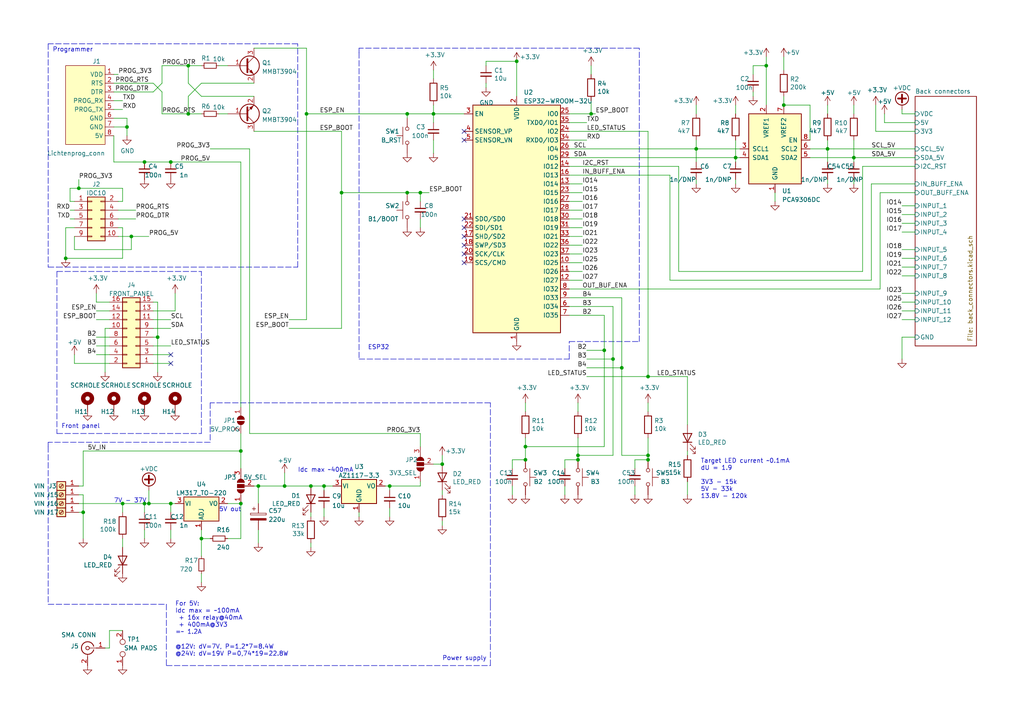
<source format=kicad_sch>
(kicad_sch (version 20211123) (generator eeschema)
  (paper "A4")
  (junction (at 187.96 133.35))
  (junction (at 213.36 45.72))
  (junction (at 41.91 46.99))
  (junction (at 22.86 54.61))
  (junction (at 35.56 146.05))
  (junction (at 171.45 33.02))
  (junction (at 36.83 36.83))
  (junction (at 152.4 133.35))
  (junction (at 19.05 74.93))
  (junction (at 43.18 146.05))
  (junction (at 152.4 129.54))
  (junction (at 113.03 140.97))
  (junction (at 175.26 101.6))
  (junction (at 227.33 30.48))
  (junction (at 88.9 33.02))
  (junction (at 121.92 55.88))
  (junction (at 201.93 43.18))
  (junction (at 45.72 97.79))
  (junction (at 177.8 104.14))
  (junction (at 125.73 33.02))
  (junction (at 118.11 55.88))
  (junction (at 167.64 133.35))
  (junction (at 118.11 33.02))
  (junction (at 167.64 132.08))
  (junction (at 49.53 146.05))
  (junction (at 38.1 68.58))
  (junction (at 41.91 146.05))
  (junction (at 49.53 46.99))
  (junction (at 128.27 134.62))
  (junction (at 222.25 19.05))
  (junction (at 187.96 132.08))
  (junction (at 149.86 17.78))
  (junction (at 69.85 146.05))
  (junction (at 24.13 148.59))
  (junction (at 54.61 19.05))
  (junction (at 240.03 43.18))
  (junction (at 58.42 156.21))
  (junction (at 180.34 106.68))
  (junction (at 82.55 140.97))
  (junction (at 74.93 140.97))
  (junction (at 99.06 55.88))
  (junction (at 90.17 140.97))
  (junction (at 54.61 33.02))
  (junction (at 247.65 45.72))
  (junction (at 93.98 140.97))
  (junction (at 69.85 130.81))
  (junction (at 187.96 109.22))
  (no_connect (at 134.62 71.12))
  (no_connect (at 134.62 38.1))
  (no_connect (at 134.62 66.04))
  (no_connect (at 134.62 73.66))
  (no_connect (at 49.53 102.87))
  (no_connect (at 134.62 63.5))
  (no_connect (at 49.53 105.41))
  (no_connect (at 134.62 40.64))
  (no_connect (at 134.62 76.2))
  (no_connect (at 134.62 68.58))
  (wire (pts (xy 27.94 102.87) (xy 31.75 102.87)))
  (polyline (pts (xy 13.97 77.47) (xy 16.51 77.47)))
  (polyline (pts (xy 13.97 129.54) (xy 13.97 175.26)))
  (wire (pts (xy 44.45 24.13) (xy 33.02 24.13)))
  (wire (pts (xy 99.06 55.88) (xy 118.11 55.88)))
  (wire (pts (xy 187.96 109.22) (xy 199.39 109.22)))
  (wire (pts (xy 118.11 33.02) (xy 118.11 34.29)))
  (wire (pts (xy 58.42 166.37) (xy 58.42 168.91)))
  (wire (pts (xy 125.73 33.02) (xy 125.73 30.48)))
  (wire (pts (xy 88.9 13.97) (xy 88.9 33.02)))
  (wire (pts (xy 82.55 137.16) (xy 82.55 140.97)))
  (wire (pts (xy 247.65 30.48) (xy 247.65 33.02)))
  (wire (pts (xy 90.17 148.59) (xy 90.17 149.86)))
  (wire (pts (xy 41.91 156.21) (xy 41.91 153.67)))
  (wire (pts (xy 148.59 133.35) (xy 152.4 133.35)))
  (wire (pts (xy 213.36 45.72) (xy 214.63 45.72)))
  (wire (pts (xy 93.98 140.97) (xy 93.98 142.24)))
  (wire (pts (xy 165.1 33.02) (xy 171.45 33.02)))
  (wire (pts (xy 35.56 66.04) (xy 34.29 66.04)))
  (wire (pts (xy 261.62 62.23) (xy 265.43 62.23)))
  (wire (pts (xy 168.91 63.5) (xy 165.1 63.5)))
  (wire (pts (xy 213.36 53.34) (xy 213.36 52.07)))
  (wire (pts (xy 201.93 40.64) (xy 201.93 43.18)))
  (wire (pts (xy 140.97 24.13) (xy 140.97 25.4)))
  (wire (pts (xy 165.1 43.18) (xy 201.93 43.18)))
  (wire (pts (xy 261.62 87.63) (xy 265.43 87.63)))
  (wire (pts (xy 33.02 46.99) (xy 41.91 46.99)))
  (wire (pts (xy 171.45 29.21) (xy 171.45 33.02)))
  (wire (pts (xy 35.56 54.61) (xy 22.86 54.61)))
  (wire (pts (xy 49.53 148.59) (xy 49.53 146.05)))
  (polyline (pts (xy 185.42 99.06) (xy 185.42 13.97)))
  (wire (pts (xy 24.13 130.81) (xy 69.85 130.81)))
  (polyline (pts (xy 142.24 193.04) (xy 142.24 175.26)))
  (wire (pts (xy 261.62 97.79) (xy 265.43 97.79)))
  (wire (pts (xy 196.85 78.74) (xy 250.19 78.74)))
  (wire (pts (xy 27.94 85.09) (xy 27.94 87.63)))
  (wire (pts (xy 128.27 151.13) (xy 128.27 152.4)))
  (wire (pts (xy 33.02 46.99) (xy 33.02 39.37)))
  (wire (pts (xy 30.48 95.25) (xy 30.48 107.95)))
  (polyline (pts (xy 104.14 104.14) (xy 165.1 104.14)))
  (wire (pts (xy 171.45 33.02) (xy 172.72 33.02)))
  (wire (pts (xy 125.73 33.02) (xy 125.73 35.56)))
  (wire (pts (xy 170.18 101.6) (xy 175.26 101.6)))
  (wire (pts (xy 170.18 104.14) (xy 177.8 104.14)))
  (wire (pts (xy 148.59 135.89) (xy 148.59 133.35)))
  (wire (pts (xy 24.13 140.97) (xy 24.13 130.81)))
  (wire (pts (xy 177.8 88.9) (xy 177.8 104.14)))
  (wire (pts (xy 44.45 26.67) (xy 33.02 26.67)))
  (wire (pts (xy 54.61 27.94) (xy 54.61 33.02)))
  (wire (pts (xy 180.34 132.08) (xy 180.34 106.68)))
  (polyline (pts (xy 185.42 13.97) (xy 104.14 13.97)))
  (wire (pts (xy 175.26 91.44) (xy 165.1 91.44)))
  (wire (pts (xy 44.45 90.17) (xy 50.8 90.17)))
  (wire (pts (xy 36.83 36.83) (xy 36.83 39.37)))
  (wire (pts (xy 111.76 140.97) (xy 113.03 140.97)))
  (wire (pts (xy 20.32 60.96) (xy 21.59 60.96)))
  (wire (pts (xy 184.15 135.89) (xy 184.15 133.35)))
  (wire (pts (xy 93.98 147.32) (xy 93.98 149.86)))
  (wire (pts (xy 125.73 20.32) (xy 125.73 22.86)))
  (wire (pts (xy 121.92 66.04) (xy 121.92 63.5)))
  (wire (pts (xy 227.33 27.94) (xy 227.33 30.48)))
  (polyline (pts (xy 13.97 175.26) (xy 48.26 175.26)))
  (wire (pts (xy 261.62 74.93) (xy 265.43 74.93)))
  (wire (pts (xy 261.62 72.39) (xy 265.43 72.39)))
  (wire (pts (xy 74.93 153.67) (xy 74.93 157.48)))
  (wire (pts (xy 43.18 142.24) (xy 43.18 146.05)))
  (wire (pts (xy 187.96 127) (xy 187.96 132.08)))
  (polyline (pts (xy 86.36 77.47) (xy 86.36 12.7)))
  (wire (pts (xy 128.27 142.24) (xy 128.27 143.51)))
  (wire (pts (xy 44.45 97.79) (xy 45.72 97.79)))
  (wire (pts (xy 240.03 53.34) (xy 240.03 52.07)))
  (wire (pts (xy 73.66 24.13) (xy 58.42 24.13)))
  (polyline (pts (xy 142.24 175.26) (xy 142.24 116.84)))
  (polyline (pts (xy 165.1 99.06) (xy 185.42 99.06)))
  (wire (pts (xy 184.15 143.51) (xy 184.15 140.97)))
  (wire (pts (xy 167.64 116.84) (xy 167.64 119.38)))
  (wire (pts (xy 35.56 74.93) (xy 19.05 74.93)))
  (wire (pts (xy 33.02 34.29) (xy 36.83 34.29)))
  (wire (pts (xy 165.1 86.36) (xy 180.34 86.36)))
  (wire (pts (xy 93.98 140.97) (xy 96.52 140.97)))
  (wire (pts (xy 121.92 125.73) (xy 121.92 129.54)))
  (wire (pts (xy 187.96 38.1) (xy 187.96 109.22)))
  (wire (pts (xy 34.29 58.42) (xy 35.56 58.42)))
  (wire (pts (xy 36.83 34.29) (xy 36.83 36.83)))
  (wire (pts (xy 180.34 106.68) (xy 180.34 86.36)))
  (wire (pts (xy 20.32 54.61) (xy 20.32 58.42)))
  (polyline (pts (xy 165.1 104.14) (xy 165.1 99.06)))
  (wire (pts (xy 39.37 60.96) (xy 34.29 60.96)))
  (wire (pts (xy 247.65 40.64) (xy 247.65 45.72)))
  (wire (pts (xy 54.61 24.13) (xy 54.61 19.05)))
  (wire (pts (xy 58.42 156.21) (xy 58.42 161.29)))
  (wire (pts (xy 177.8 104.14) (xy 177.8 132.08)))
  (wire (pts (xy 49.53 156.21) (xy 49.53 153.67)))
  (polyline (pts (xy 86.36 12.7) (xy 13.97 12.7)))
  (wire (pts (xy 250.19 48.26) (xy 265.43 48.26)))
  (wire (pts (xy 152.4 127) (xy 152.4 129.54)))
  (wire (pts (xy 121.92 139.7) (xy 121.92 140.97)))
  (wire (pts (xy 247.65 45.72) (xy 247.65 46.99)))
  (wire (pts (xy 261.62 67.31) (xy 265.43 67.31)))
  (wire (pts (xy 38.1 68.58) (xy 38.1 72.39)))
  (wire (pts (xy 261.62 90.17) (xy 265.43 90.17)))
  (wire (pts (xy 125.73 44.45) (xy 125.73 40.64)))
  (wire (pts (xy 194.31 50.8) (xy 194.31 81.28)))
  (wire (pts (xy 27.94 90.17) (xy 31.75 90.17)))
  (wire (pts (xy 125.73 33.02) (xy 134.62 33.02)))
  (wire (pts (xy 163.83 133.35) (xy 167.64 133.35)))
  (wire (pts (xy 170.18 109.22) (xy 187.96 109.22)))
  (wire (pts (xy 224.79 58.42) (xy 224.79 55.88)))
  (wire (pts (xy 234.95 30.48) (xy 227.33 30.48)))
  (wire (pts (xy 222.25 19.05) (xy 222.25 30.48)))
  (wire (pts (xy 149.86 17.78) (xy 140.97 17.78)))
  (wire (pts (xy 201.93 30.48) (xy 201.93 33.02)))
  (polyline (pts (xy 16.51 78.74) (xy 16.51 125.73)))
  (polyline (pts (xy 60.96 116.84) (xy 60.96 128.27)))
  (wire (pts (xy 31.75 187.96) (xy 30.48 187.96)))
  (wire (pts (xy 21.59 105.41) (xy 21.59 102.87)))
  (wire (pts (xy 140.97 19.05) (xy 140.97 17.78)))
  (wire (pts (xy 69.85 46.99) (xy 69.85 118.11)))
  (wire (pts (xy 234.95 40.64) (xy 234.95 30.48)))
  (wire (pts (xy 113.03 140.97) (xy 113.03 142.24)))
  (wire (pts (xy 234.95 45.72) (xy 247.65 45.72)))
  (wire (pts (xy 165.1 48.26) (xy 196.85 48.26)))
  (wire (pts (xy 201.93 43.18) (xy 214.63 43.18)))
  (wire (pts (xy 240.03 43.18) (xy 234.95 43.18)))
  (wire (pts (xy 58.42 156.21) (xy 58.42 153.67)))
  (wire (pts (xy 121.92 125.73) (xy 72.39 125.73)))
  (wire (pts (xy 46.99 26.67) (xy 46.99 33.02)))
  (wire (pts (xy 35.56 54.61) (xy 35.56 58.42)))
  (wire (pts (xy 44.45 92.71) (xy 49.53 92.71)))
  (wire (pts (xy 22.86 54.61) (xy 20.32 54.61)))
  (wire (pts (xy 240.03 30.48) (xy 240.03 33.02)))
  (wire (pts (xy 22.86 52.07) (xy 22.86 54.61)))
  (wire (pts (xy 171.45 19.05) (xy 171.45 21.59)))
  (wire (pts (xy 165.1 40.64) (xy 170.18 40.64)))
  (wire (pts (xy 38.1 68.58) (xy 43.18 68.58)))
  (wire (pts (xy 31.75 187.96) (xy 31.75 182.88)))
  (wire (pts (xy 35.56 146.05) (xy 41.91 146.05)))
  (wire (pts (xy 168.91 71.12) (xy 165.1 71.12)))
  (wire (pts (xy 240.03 43.18) (xy 240.03 46.99)))
  (wire (pts (xy 168.91 78.74) (xy 165.1 78.74)))
  (wire (pts (xy 261.62 31.75) (xy 261.62 33.02)))
  (wire (pts (xy 83.82 95.25) (xy 99.06 95.25)))
  (wire (pts (xy 27.94 100.33) (xy 31.75 100.33)))
  (wire (pts (xy 261.62 33.02) (xy 265.43 33.02)))
  (wire (pts (xy 69.85 125.73) (xy 69.85 130.81)))
  (wire (pts (xy 54.61 33.02) (xy 58.42 33.02)))
  (wire (pts (xy 168.91 66.04) (xy 165.1 66.04)))
  (polyline (pts (xy 58.42 125.73) (xy 58.42 78.74)))
  (wire (pts (xy 152.4 116.84) (xy 152.4 119.38)))
  (wire (pts (xy 99.06 38.1) (xy 99.06 55.88)))
  (wire (pts (xy 196.85 48.26) (xy 196.85 78.74)))
  (wire (pts (xy 199.39 139.7) (xy 199.39 143.51)))
  (wire (pts (xy 175.26 129.54) (xy 175.26 101.6)))
  (wire (pts (xy 60.96 156.21) (xy 58.42 156.21)))
  (polyline (pts (xy 48.26 175.26) (xy 48.26 193.04)))
  (polyline (pts (xy 48.26 193.04) (xy 142.24 193.04)))
  (wire (pts (xy 50.8 85.09) (xy 50.8 90.17)))
  (wire (pts (xy 58.42 19.05) (xy 54.61 19.05)))
  (wire (pts (xy 104.14 149.86) (xy 104.14 148.59)))
  (wire (pts (xy 24.13 148.59) (xy 24.13 143.51)))
  (wire (pts (xy 128.27 132.08) (xy 128.27 134.62)))
  (wire (pts (xy 73.66 38.1) (xy 99.06 38.1)))
  (wire (pts (xy 165.1 45.72) (xy 213.36 45.72)))
  (wire (pts (xy 31.75 95.25) (xy 30.48 95.25)))
  (polyline (pts (xy 13.97 12.7) (xy 13.97 77.47)))
  (wire (pts (xy 39.37 63.5) (xy 34.29 63.5)))
  (wire (pts (xy 72.39 125.73) (xy 72.39 43.18)))
  (wire (pts (xy 41.91 146.05) (xy 43.18 146.05)))
  (wire (pts (xy 34.29 21.59) (xy 33.02 21.59)))
  (wire (pts (xy 44.45 26.67) (xy 46.99 24.13)))
  (wire (pts (xy 44.45 95.25) (xy 49.53 95.25)))
  (wire (pts (xy 168.91 58.42) (xy 165.1 58.42)))
  (wire (pts (xy 121.92 55.88) (xy 124.46 55.88)))
  (wire (pts (xy 21.59 72.39) (xy 21.59 68.58)))
  (wire (pts (xy 201.93 53.34) (xy 201.93 52.07)))
  (wire (pts (xy 261.62 64.77) (xy 265.43 64.77)))
  (polyline (pts (xy 104.14 15.24) (xy 104.14 104.14)))
  (wire (pts (xy 213.36 45.72) (xy 213.36 46.99)))
  (wire (pts (xy 58.42 27.94) (xy 73.66 27.94)))
  (wire (pts (xy 261.62 77.47) (xy 265.43 77.47)))
  (wire (pts (xy 168.91 55.88) (xy 165.1 55.88)))
  (wire (pts (xy 194.31 81.28) (xy 252.73 81.28)))
  (wire (pts (xy 22.86 146.05) (xy 35.56 146.05)))
  (wire (pts (xy 165.1 88.9) (xy 177.8 88.9)))
  (wire (pts (xy 44.45 24.13) (xy 46.99 26.67)))
  (wire (pts (xy 83.82 92.71) (xy 88.9 92.71)))
  (wire (pts (xy 41.91 46.99) (xy 49.53 46.99)))
  (wire (pts (xy 254 38.1) (xy 265.43 38.1)))
  (wire (pts (xy 168.91 76.2) (xy 165.1 76.2)))
  (wire (pts (xy 46.99 19.05) (xy 46.99 24.13)))
  (wire (pts (xy 149.86 27.94) (xy 149.86 17.78)))
  (polyline (pts (xy 13.97 128.27) (xy 13.97 129.54)))
  (wire (pts (xy 261.62 85.09) (xy 265.43 85.09)))
  (wire (pts (xy 69.85 156.21) (xy 66.04 156.21)))
  (wire (pts (xy 27.94 87.63) (xy 31.75 87.63)))
  (wire (pts (xy 44.45 102.87) (xy 49.53 102.87)))
  (wire (pts (xy 252.73 81.28) (xy 252.73 53.34)))
  (wire (pts (xy 36.83 36.83) (xy 33.02 36.83)))
  (wire (pts (xy 69.85 146.05) (xy 69.85 156.21)))
  (wire (pts (xy 19.05 66.04) (xy 21.59 66.04)))
  (wire (pts (xy 49.53 46.99) (xy 69.85 46.99)))
  (wire (pts (xy 38.1 68.58) (xy 34.29 68.58)))
  (wire (pts (xy 22.86 140.97) (xy 24.13 140.97)))
  (wire (pts (xy 44.45 87.63) (xy 45.72 87.63)))
  (wire (pts (xy 125.73 134.62) (xy 128.27 134.62)))
  (wire (pts (xy 218.44 27.94) (xy 218.44 26.67)))
  (wire (pts (xy 35.56 31.75) (xy 33.02 31.75)))
  (wire (pts (xy 45.72 87.63) (xy 45.72 97.79)))
  (wire (pts (xy 27.94 97.79) (xy 31.75 97.79)))
  (wire (pts (xy 201.93 43.18) (xy 201.93 46.99)))
  (wire (pts (xy 256.54 33.02) (xy 256.54 35.56)))
  (wire (pts (xy 35.56 146.05) (xy 35.56 148.59)))
  (polyline (pts (xy 16.51 78.74) (xy 58.42 78.74)))
  (wire (pts (xy 152.4 129.54) (xy 175.26 129.54)))
  (wire (pts (xy 46.99 19.05) (xy 54.61 19.05)))
  (wire (pts (xy 199.39 130.81) (xy 199.39 132.08)))
  (wire (pts (xy 261.62 80.01) (xy 265.43 80.01)))
  (wire (pts (xy 63.5 19.05) (xy 66.04 19.05)))
  (wire (pts (xy 165.1 38.1) (xy 187.96 38.1)))
  (wire (pts (xy 44.45 105.41) (xy 49.53 105.41)))
  (wire (pts (xy 247.65 53.34) (xy 247.65 52.07)))
  (wire (pts (xy 252.73 53.34) (xy 265.43 53.34)))
  (wire (pts (xy 20.32 58.42) (xy 21.59 58.42)))
  (wire (pts (xy 187.96 116.84) (xy 187.96 119.38)))
  (wire (pts (xy 187.96 132.08) (xy 187.96 133.35)))
  (wire (pts (xy 54.61 24.13) (xy 58.42 27.94)))
  (wire (pts (xy 250.19 78.74) (xy 250.19 48.26)))
  (wire (pts (xy 255.27 55.88) (xy 255.27 83.82)))
  (wire (pts (xy 265.43 35.56) (xy 256.54 35.56)))
  (wire (pts (xy 261.62 104.14) (xy 261.62 97.79)))
  (wire (pts (xy 265.43 55.88) (xy 255.27 55.88)))
  (wire (pts (xy 227.33 16.51) (xy 227.33 20.32)))
  (wire (pts (xy 261.62 59.69) (xy 265.43 59.69)))
  (wire (pts (xy 218.44 19.05) (xy 218.44 21.59)))
  (wire (pts (xy 21.59 105.41) (xy 31.75 105.41)))
  (wire (pts (xy 240.03 43.18) (xy 265.43 43.18)))
  (wire (pts (xy 88.9 33.02) (xy 88.9 92.71)))
  (wire (pts (xy 73.66 140.97) (xy 74.93 140.97)))
  (wire (pts (xy 24.13 148.59) (xy 24.13 156.21)))
  (wire (pts (xy 184.15 133.35) (xy 187.96 133.35)))
  (wire (pts (xy 63.5 33.02) (xy 66.04 33.02)))
  (wire (pts (xy 58.42 24.13) (xy 54.61 27.94)))
  (polyline (pts (xy 16.51 125.73) (xy 58.42 125.73)))
  (wire (pts (xy 90.17 140.97) (xy 93.98 140.97)))
  (wire (pts (xy 45.72 97.79) (xy 45.72 107.95)))
  (wire (pts (xy 148.59 143.51) (xy 148.59 140.97)))
  (polyline (pts (xy 16.51 77.47) (xy 86.36 77.47)))
  (wire (pts (xy 73.66 13.97) (xy 88.9 13.97)))
  (wire (pts (xy 113.03 140.97) (xy 121.92 140.97)))
  (wire (pts (xy 222.25 16.51) (xy 222.25 19.05)))
  (wire (pts (xy 90.17 157.48) (xy 90.17 158.75)))
  (wire (pts (xy 213.36 30.48) (xy 213.36 33.02)))
  (wire (pts (xy 74.93 140.97) (xy 82.55 140.97)))
  (wire (pts (xy 121.92 58.42) (xy 121.92 55.88)))
  (wire (pts (xy 20.32 63.5) (xy 21.59 63.5)))
  (wire (pts (xy 69.85 130.81) (xy 69.85 135.89)))
  (wire (pts (xy 261.62 92.71) (xy 265.43 92.71)))
  (wire (pts (xy 118.11 55.88) (xy 121.92 55.88)))
  (wire (pts (xy 240.03 40.64) (xy 240.03 43.18)))
  (wire (pts (xy 187.96 132.08) (xy 180.34 132.08)))
  (wire (pts (xy 165.1 35.56) (xy 170.18 35.56)))
  (wire (pts (xy 152.4 133.35) (xy 152.4 129.54)))
  (wire (pts (xy 99.06 95.25) (xy 99.06 55.88)))
  (wire (pts (xy 82.55 140.97) (xy 90.17 140.97)))
  (wire (pts (xy 168.91 60.96) (xy 165.1 60.96)))
  (polyline (pts (xy 60.96 128.27) (xy 13.97 128.27)))
  (wire (pts (xy 49.53 146.05) (xy 50.8 146.05)))
  (wire (pts (xy 175.26 101.6) (xy 175.26 91.44)))
  (wire (pts (xy 218.44 19.05) (xy 222.25 19.05)))
  (polyline (pts (xy 104.14 13.97) (xy 104.14 15.24)))
  (wire (pts (xy 168.91 81.28) (xy 165.1 81.28)))
  (wire (pts (xy 88.9 33.02) (xy 118.11 33.02)))
  (wire (pts (xy 247.65 45.72) (xy 265.43 45.72)))
  (wire (pts (xy 22.86 148.59) (xy 24.13 148.59)))
  (wire (pts (xy 24.13 143.51) (xy 22.86 143.51)))
  (wire (pts (xy 168.91 68.58) (xy 165.1 68.58)))
  (wire (pts (xy 113.03 147.32) (xy 113.03 149.86)))
  (wire (pts (xy 27.94 92.71) (xy 31.75 92.71)))
  (wire (pts (xy 170.18 106.68) (xy 180.34 106.68)))
  (wire (pts (xy 254 30.48) (xy 254 38.1)))
  (wire (pts (xy 213.36 40.64) (xy 213.36 45.72)))
  (wire (pts (xy 44.45 100.33) (xy 49.53 100.33)))
  (wire (pts (xy 21.59 72.39) (xy 38.1 72.39)))
  (wire (pts (xy 41.91 148.59) (xy 41.91 146.05)))
  (wire (pts (xy 167.64 132.08) (xy 177.8 132.08)))
  (wire (pts (xy 35.56 66.04) (xy 35.56 74.93)))
  (wire (pts (xy 46.99 33.02) (xy 54.61 33.02)))
  (wire (pts (xy 74.93 140.97) (xy 74.93 146.05)))
  (wire (pts (xy 31.75 182.88) (xy 35.56 182.88)))
  (wire (pts (xy 168.91 73.66) (xy 165.1 73.66)))
  (wire (pts (xy 165.1 50.8) (xy 194.31 50.8)))
  (wire (pts (xy 163.83 143.51) (xy 163.83 140.97)))
  (wire (pts (xy 125.73 33.02) (xy 118.11 33.02)))
  (wire (pts (xy 66.04 146.05) (xy 69.85 146.05)))
  (wire (pts (xy 19.05 74.93) (xy 19.05 66.04)))
  (wire (pts (xy 35.56 156.21) (xy 35.56 158.75)))
  (wire (pts (xy 35.56 29.21) (xy 33.02 29.21)))
  (wire (pts (xy 165.1 83.82) (xy 255.27 83.82)))
  (wire (pts (xy 43.18 146.05) (xy 49.53 146.05)))
  (wire (pts (xy 60.96 43.18) (xy 72.39 43.18)))
  (wire (pts (xy 163.83 135.89) (xy 163.83 133.35)))
  (wire (pts (xy 167.64 132.08) (xy 167.64 133.35)))
  (wire (pts (xy 167.64 127) (xy 167.64 132.08)))
  (polyline (pts (xy 142.24 116.84) (xy 60.96 116.84)))
  (wire (pts (xy 168.91 53.34) (xy 165.1 53.34)))
  (wire (pts (xy 199.39 109.22) (xy 199.39 123.19)))
  (text "Front panel" (at 17.78 124.46 0) (effects (font (size 1.27 1.27)) (justify left bottom)))
  (text "7V - 37V" (at 33.02 146.05 0) (effects (font (size 1.27 1.27)) (justify left bottom)))
  (text "Power supply" (at 128.27 191.77 0) (effects (font (size 1.27 1.27)) (justify left bottom)))
  (text "Target LED current ~0.1mA\ndU = 1.9\n\n3V3 - 15k\n5V - 33k\n13.8V - 120k\n" (at 203.2 144.78 0) (effects (font (size 1.27 1.27)) (justify left bottom)))
  (text "@12V: dV=7V, P=1,2*7=8.4W\n@24V: dV=19V P=0,74*19=22.8W" (at 50.8 190.5 0) (effects (font (size 1.27 1.27)) (justify left bottom)))
  (text "Wymagania\n\n\n15. Oszacuj pobór prądów 3,3/5V, w razie czego miejsce na radiatory dla stabilizatorów. Policzyć rezystory. \n\n2. BUZ11 TO220, dren w środku\n\n4. drugi PCA steruje 16-toma przekaźnikami (wg. pin-outu przesłanego) poprzez tranzystory bipolarne\n\n5. trzeci PCA dolna ósemka - transoptory, rezystor szeregowy diody 4k7\n\n6. 12 wejść zabezpieczyc filtrem RF R=10k + C=10nF\n\nGniazda DB25 na jednaj krawędzi:\n\nJ1:  Sink1-16 (16pin) + masa (5 pin) + VD (2 pin koło siebie z 100n+1n) + 15V (2 pin koło siebie z 100n+1n)\n\nJ2: 12x styki przekaźników (24 pin) + masa. Pozostałe 4 przekaźniki pozostawimy niepodłączone do gniazd, tylko goldpiny jako zapasowe, np. do podłączenia z J4\n\nJ3: BUFF1-8 + masa cyfrowa + 5V (8pin), 8 wyjść opto (16 pin), masa\n\nJ4: 3x4 wejścia + masy cyfrowe (15 pin) , masa (2 pin), pozostałe 8 pin goldpiny jako zapasowe" (at 297.18 170.18 0) (effects (font (size 1.27 1.27)) (justify left bottom)))
  (text "5V out" (at 63.5 148.59 0) (effects (font (size 1.27 1.27)) (justify left bottom)))
  (text "ESP32" (at 106.68 101.6 0) (effects (font (size 1.27 1.27)) (justify left bottom)))
  (text "Programmer" (at 15.24 15.24 0) (effects (font (size 1.27 1.27)) (justify left bottom)))
  (text "For 5V:\nIdc max = ~100mA\n + 16x relay@40mA\n + 400mA@3V3\n=~ 1.2A" (at 50.8 184.15 0) (effects (font (size 1.27 1.27)) (justify left bottom)))
  (text "Idc max ~400mA" (at 86.36 137.16 0) (effects (font (size 1.27 1.27)) (justify left bottom)))
  (label "IO14" (at 168.91 53.34 0))
  (label "LED_STATUS" (at 190.5 109.22 0))
  (label "IO16" (at 261.62 64.77 180))
  (label "IO18" (at 261.62 72.39 180))
  (label "IO15" (at 168.91 55.88 0))
  (label "IO23" (at 261.62 85.09 180))
  (label "IO22" (at 261.62 80.01 180))
  (label "PROG_RTS" (at 46.99 33.02 0))
  (label "IN_BUFF_ENA" (at 168.91 50.8 0))
  (label "TXD" (at 35.56 29.21 0))
  (label "IO18" (at 168.91 63.5 0))
  (label "RXD" (at 35.56 31.75 0))
  (label "IO27" (at 168.91 81.28 0))
  (label "LED_STATUS" (at 170.18 109.22 180))
  (label "ESP_BOOT" (at 172.72 33.02 0))
  (label "IO22" (at 168.91 71.12 0))
  (label "IO17" (at 261.62 67.31 180))
  (label "B4" (at 170.18 106.68 180))
  (label "PROG_DTR" (at 46.99 19.05 0))
  (label "ESP_EN" (at 83.82 92.71 180))
  (label "IO16" (at 168.91 58.42 0))
  (label "I2C_RST" (at 168.91 48.26 0))
  (label "SDA" (at 166.37 45.72 0))
  (label "IO23" (at 168.91 73.66 0))
  (label "B4" (at 168.91 86.36 0))
  (label "SDA" (at 49.53 95.25 0))
  (label "IO25" (at 168.91 76.2 0))
  (label "B2" (at 27.94 97.79 180))
  (label "B2" (at 170.18 101.6 180))
  (label "ESP_EN" (at 92.71 33.02 0))
  (label "IO25" (at 261.62 87.63 180))
  (label "B4" (at 27.94 102.87 180))
  (label "LED_STATUS" (at 170.18 38.1 0))
  (label "PROG_RTS" (at 43.18 24.13 180))
  (label "B2" (at 168.91 91.44 0))
  (label "ESP_EN" (at 27.94 90.17 180))
  (label "IO27" (at 261.62 92.71 180))
  (label "ESP_BOOT" (at 92.71 38.1 0))
  (label "PROG_3V3" (at 22.86 52.07 0))
  (label "TXD" (at 170.18 35.56 0))
  (label "IO26" (at 168.91 78.74 0))
  (label "B3" (at 27.94 100.33 180))
  (label "ESP_BOOT" (at 124.46 55.88 0))
  (label "PROG_DTR" (at 39.37 63.5 0))
  (label "5V_IN" (at 25.4 130.81 0))
  (label "LED_STATUS" (at 49.53 100.33 0))
  (label "IO21" (at 261.62 77.47 180))
  (label "ESP_BOOT" (at 83.82 95.25 180))
  (label "IO19" (at 261.62 74.93 180))
  (label "PROG_RTS" (at 39.37 60.96 0))
  (label "SCL" (at 166.37 43.18 0))
  (label "SCL_5V" (at 252.73 43.18 0))
  (label "PROG_5V" (at 60.96 46.99 180))
  (label "SCL" (at 49.53 92.71 0))
  (label "IO26" (at 261.62 90.17 180))
  (label "IO19" (at 168.91 66.04 0))
  (label "IO21" (at 168.91 68.58 0))
  (label "RXD" (at 20.32 60.96 180))
  (label "TXD" (at 20.32 63.5 180))
  (label "SDA_5V" (at 252.73 45.72 0))
  (label "PROG_DTR" (at 43.18 26.67 180))
  (label "OUT_BUF_ENA" (at 168.91 83.82 0))
  (label "B3" (at 170.18 104.14 180))
  (label "PROG_3V3" (at 121.92 125.73 180))
  (label "IO17" (at 168.91 60.96 0))
  (label "PROG_5V" (at 43.18 68.58 0))
  (label "ESP_BOOT" (at 27.94 92.71 180))
  (label "B3" (at 168.91 88.9 0))
  (label "PROG_3V3" (at 34.29 21.59 0))
  (label "RXD" (at 170.18 40.64 0))
  (label "PROG_3V3" (at 60.96 43.18 180))
  (label "IO14" (at 261.62 59.69 180))
  (label "IO15" (at 261.62 62.23 180))
  (symbol (lib_id "Switch:SW_Push") (at 167.64 138.43 270) (mirror x) (unit 1)
    (property "Reference" "SW4" (at 173.99 137.16 90) (effects (justify right)))
    (property "Value" "B3" (at 173.99 139.7 90) (effects (justify right)))
    (property "Footprint" "Button_Switch_SMD:SW_SPST_TL3342" (effects hide))
  )
  (symbol (lib_id "Transistor_BJT:MMBT3904") (at 71.12 33.02 0) (mirror x) (unit 1)
    (property "Reference" "Q2" (at 75.9714 32.1853 0) (effects (justify left)))
    (property "Value" "MMBT3904" (at 75.9714 34.7222 0) (effects (justify left)))
    (property "Footprint" "Package_TO_SOT_SMD:SOT-23" (effects hide))
    (property "Datasheet" "https://www.onsemi.com/pub/Collateral/2N3903-D.PDF" (effects hide))
  )
  (symbol (lib_id "power:+3.3V") (at 152.4 116.84 0) (unit 1)
    (property "Reference" "#PWR030" (effects hide))
    (property "Value" "+3.3V" (at 152.781 112.4458 0))
  )
  (symbol (lib_id "Regulator_Linear:LM317_TO-220") (at 58.42 146.05 0) (unit 1)
    (property "Reference" "U4" (at 58.42 140.4452 0))
    (property "Value" "LM317_TO-220" (at 58.42 142.9821 0))
    (property "Footprint" "Package_TO_SOT_THT:TO-220-3_Vertical" (effects hide))
    (property "Datasheet" "http://www.ti.com/lit/ds/symlink/lm317.pdf" (effects hide))
  )
  (symbol (lib_id "power:+5V") (at 256.54 33.02 0) (unit 1)
    (property "Reference" "#PWR015" (effects hide))
    (property "Value" "+5V" (at 256.54 29.4442 0))
  )
  (symbol (lib_name "GND_30") (lib_id "power:GND") (at 152.4 143.51 0) (unit 1)
    (property "Reference" "#PWR045" (effects hide))
    (property "Value" "GND" (effects hide))
  )
  (symbol (lib_id "power:+3.3V") (at 27.94 85.09 0) (unit 1)
    (property "Reference" "#PWR0190" (effects hide))
    (property "Value" "+3.3V" (at 28.321 80.6958 0))
  )
  (symbol (lib_name "GND_23") (lib_id "power:GND") (at 118.11 66.04 0) (mirror y) (unit 1)
    (property "Reference" "#PWR024" (effects hide))
    (property "Value" "GND" (effects hide))
  )
  (symbol (lib_id "power:+3.3V") (at 128.27 132.08 0) (unit 1)
    (property "Reference" "#PWR0182" (effects hide))
    (property "Value" "+3.3V" (at 132.08 130.81 0))
  )
  (symbol (lib_id "power:+3.3V") (at 187.96 116.84 0) (unit 1)
    (property "Reference" "#PWR0192" (effects hide))
    (property "Value" "+3.3V" (at 188.341 112.4458 0))
  )
  (symbol (lib_id "Connector:Screw_Terminal_01x01") (at 17.78 146.05 0) (mirror y) (unit 1)
    (property "Reference" "J16" (at 15.24 146.05 0))
    (property "Value" "VIN" (at 11.43 146.05 0))
    (property "Footprint" "Critbit_lib:DG235-5.0" (effects hide))
  )
  (symbol (lib_id "Regulator_Linear:AZ1117-3.3") (at 104.14 140.97 0) (unit 1)
    (property "Reference" "U3" (at 104.14 135.3652 0))
    (property "Value" "AZ1117-3.3" (at 104.14 137.9021 0))
    (property "Footprint" "Package_TO_SOT_SMD:SOT-223-3_TabPin2" (effects hide))
    (property "Datasheet" "https://www.diodes.com/assets/Datasheets/AZ1117.pdf" (effects hide))
  )
  (symbol (lib_name "GND_26") (lib_id "power:GND") (at 118.11 44.45 0) (mirror y) (unit 1)
    (property "Reference" "#PWR016" (effects hide))
    (property "Value" "GND" (effects hide))
  )
  (symbol (lib_id "Switch:SW_Push") (at 152.4 138.43 270) (mirror x) (unit 1)
    (property "Reference" "SW3" (at 158.75 137.16 90) (effects (justify right)))
    (property "Value" "B2" (at 157.48 139.7 90) (effects (justify right)))
    (property "Footprint" "Button_Switch_SMD:SW_SPST_TL3342" (effects hide))
  )
  (symbol (lib_id "Connector:Screw_Terminal_01x01") (at 17.78 148.59 0) (mirror y) (unit 1)
    (property "Reference" "J17" (at 15.24 148.59 0))
    (property "Value" "VIN" (at 11.43 148.59 0))
    (property "Footprint" "Critbit_lib:DG235-5.0" (effects hide))
  )
  (symbol (lib_name "GND_39") (lib_id "power:GND") (at 261.62 104.14 0) (unit 1)
    (property "Reference" "#PWR029" (effects hide))
    (property "Value" "GND" (effects hide))
  )
  (symbol (lib_name "GND_3") (lib_id "power:GND") (at 41.91 52.07 0) (mirror y) (unit 1)
    (property "Reference" "#PWR019" (effects hide))
    (property "Value" "GND" (effects hide))
  )
  (symbol (lib_id "power:+3.3V") (at 222.25 16.51 0) (unit 1)
    (property "Reference" "#PWR01" (effects hide))
    (property "Value" "+3.3V" (at 218.44 15.24 0))
  )
  (symbol (lib_id "Mechanical:MountingHole_Pad") (at 41.91 116.84 0) (unit 1)
    (property "Reference" "H13" (at 38.1 119.38 0) (effects (justify left)))
    (property "Value" "SCRHOLE" (at 38.1 111.76 0) (effects (justify left)))
    (property "Footprint" "MountingHole:MountingHole_3.2mm_M3_ISO7380_Pad" (effects hide))
  )
  (symbol (lib_name "GND_18") (lib_id "power:GND") (at 25.4 193.04 0) (unit 1)
    (property "Reference" "#PWR052" (effects hide))
    (property "Value" "GND" (effects hide))
  )
  (symbol (lib_id "Device:R_Small") (at 58.42 163.83 0) (mirror x) (unit 1)
    (property "Reference" "R17" (at 55.5031 162.56 0))
    (property "Value" "720" (at 53.998 165.1 0))
    (property "Footprint" "Resistor_SMD:R_0402_1005Metric" (effects hide))
  )
  (symbol (lib_name "GND_8") (lib_id "power:GND") (at 25.4 119.38 0) (mirror y) (unit 1)
    (property "Reference" "#PWR0186" (effects hide))
    (property "Value" "GND" (effects hide))
  )
  (symbol (lib_id "Interface:PCA9306DC") (at 224.79 43.18 0) (unit 1)
    (property "Reference" "U1" (at 226.8094 55.3704 0) (effects (justify left)))
    (property "Value" "PCA9306DC" (at 226.8094 57.9073 0) (effects (justify left)))
    (property "Footprint" "Package_SO:VSSOP-8_2.3x2mm_P0.5mm" (effects hide))
    (property "Datasheet" "https://www.nxp.com/docs/en/data-sheet/PCA9306.pdf" (effects hide))
  )
  (symbol (lib_id "Device:R") (at 35.56 152.4 0) (mirror x) (unit 1)
    (property "Reference" "R18" (at 33.782 151.2316 0) (effects (justify right)))
    (property "Value" "100k" (at 33.782 153.543 0) (effects (justify right)))
    (property "Footprint" "Resistor_SMD:R_0402_1005Metric" (effects hide))
  )
  (symbol (lib_id "Device:C_Small") (at 41.91 49.53 0) (mirror y) (unit 1)
    (property "Reference" "C4" (at 45.72 48.26 0) (effects (justify left)))
    (property "Value" "100n" (at 46.99 50.8 0) (effects (justify left)))
    (property "Footprint" "Capacitor_SMD:C_0402_1005Metric" (effects hide))
  )
  (symbol (lib_name "GND_12") (lib_id "power:GND") (at 90.17 158.75 0) (unit 1)
    (property "Reference" "#PWR039" (effects hide))
    (property "Value" "GND" (effects hide))
  )
  (symbol (lib_id "Device:R") (at 213.36 36.83 0) (mirror x) (unit 1)
    (property "Reference" "R8" (at 211.582 35.6616 0) (effects (justify right)))
    (property "Value" "4k7" (at 211.582 37.973 0) (effects (justify right)))
    (property "Footprint" "Resistor_SMD:R_0402_1005Metric" (effects hide))
  )
  (symbol (lib_id "Device:C_Polarized") (at 74.93 149.86 0) (unit 1)
    (property "Reference" "C57" (at 77.851 148.1363 0) (effects (justify left)))
    (property "Value" "220u" (at 77.851 150.6732 0) (effects (justify left)))
    (property "Footprint" "Capacitor_THT:CP_Radial_D8.0mm_P3.50mm" (effects hide))
  )
  (symbol (lib_id "Connector:Screw_Terminal_01x01") (at 17.78 143.51 0) (mirror y) (unit 1)
    (property "Reference" "J15" (at 15.24 143.51 0))
    (property "Value" "VIN" (at 11.43 143.51 0))
    (property "Footprint" "Critbit_lib:DG235-5.0" (effects hide))
  )
  (symbol (lib_id "Device:C_Small") (at 247.65 49.53 0) (unit 1)
    (property "Reference" "C55" (at 243.84 48.26 0) (effects (justify left)))
    (property "Value" "1n/DNP" (at 242.57 52.07 0) (effects (justify left)))
    (property "Footprint" "Capacitor_SMD:C_0402_1005Metric" (effects hide))
  )
  (symbol (lib_name "GND_35") (lib_id "power:GND") (at 201.93 53.34 0) (mirror y) (unit 1)
    (property "Reference" "#PWR021" (effects hide))
    (property "Value" "GND" (effects hide))
  )
  (symbol (lib_id "Device:C_Small") (at 49.53 151.13 0) (mirror y) (unit 1)
    (property "Reference" "C12" (at 53.34 149.86 0) (effects (justify left)))
    (property "Value" "1n" (at 54.61 152.4 0) (effects (justify left)))
    (property "Footprint" "Capacitor_SMD:C_0402_1005Metric" (effects hide))
  )
  (symbol (lib_id "Mechanical:MountingHole_Pad") (at 33.02 116.84 0) (unit 1)
    (property "Reference" "H12" (at 29.21 119.38 0) (effects (justify left)))
    (property "Value" "SCRHOLE" (at 29.21 111.76 0) (effects (justify left)))
    (property "Footprint" "MountingHole:MountingHole_3.2mm_M3_ISO7380_Pad" (effects hide))
  )
  (symbol (lib_id "Device:R") (at 247.65 36.83 0) (mirror x) (unit 1)
    (property "Reference" "R10" (at 245.872 35.6616 0) (effects (justify right)))
    (property "Value" "4k7" (at 245.872 37.973 0) (effects (justify right)))
    (property "Footprint" "Resistor_SMD:R_0402_1005Metric" (effects hide))
  )
  (symbol (lib_name "GND_21") (lib_id "power:GND") (at 104.14 149.86 0) (unit 1)
    (property "Reference" "#PWR036" (effects hide))
    (property "Value" "GND" (effects hide))
  )
  (symbol (lib_id "Device:LED") (at 90.17 144.78 270) (mirror x) (unit 1)
    (property "Reference" "D1" (at 87.1728 143.7894 90) (effects (justify right)))
    (property "Value" "LED_RED" (at 87.1728 146.1008 90) (effects (justify right)))
    (property "Footprint" "LED_SMD:LED_0603_1608Metric" (effects hide))
  )
  (symbol (lib_name "GND_28") (lib_id "power:GND") (at 148.59 143.51 0) (unit 1)
    (property "Reference" "#PWR044" (effects hide))
    (property "Value" "GND" (effects hide))
  )
  (symbol (lib_name "GND_7") (lib_id "power:GND") (at 30.48 107.95 0) (unit 1)
    (property "Reference" "#PWR0188" (effects hide))
    (property "Value" "GND" (effects hide))
  )
  (symbol (lib_name "GND_25") (lib_id "power:GND") (at 125.73 44.45 0) (unit 1)
    (property "Reference" "#PWR017" (effects hide))
    (property "Value" "GND" (effects hide))
  )
  (symbol (lib_name "GND_4") (lib_id "power:GND") (at 19.05 74.93 0) (unit 1)
    (property "Reference" "#PWR026" (effects hide))
    (property "Value" "GND" (effects hide))
  )
  (symbol (lib_name "GND_20") (lib_id "power:GND") (at 113.03 149.86 0) (unit 1)
    (property "Reference" "#PWR038" (effects hide))
    (property "Value" "GND" (effects hide))
  )
  (symbol (lib_id "Device:C_Small") (at 213.36 49.53 0) (unit 1)
    (property "Reference" "C7" (at 209.55 48.26 0) (effects (justify left)))
    (property "Value" "1n/DNP" (at 204.47 52.07 0) (effects (justify left)))
    (property "Footprint" "Capacitor_SMD:C_0402_1005Metric" (effects hide))
  )
  (symbol (lib_id "Connector_Generic:Conn_02x05_Odd_Even") (at 26.67 63.5 0) (unit 1)
    (property "Reference" "J2" (at 27.94 53.4502 0))
    (property "Value" "IDC10" (at 27.94 55.9871 0))
    (property "Footprint" "Connector_IDC:IDC-Header_2x05_P2.54mm_Vertical" (effects hide))
  )
  (symbol (lib_name "GND_29") (lib_id "power:GND") (at 149.86 99.06 0) (unit 1)
    (property "Reference" "#PWR027" (effects hide))
    (property "Value" "GND" (effects hide))
  )
  (symbol (lib_id "Device:C_Small") (at 125.73 38.1 0) (unit 1)
    (property "Reference" "C3" (at 120.65 36.83 0) (effects (justify left)))
    (property "Value" "100n" (at 119.38 39.37 0) (effects (justify left)))
    (property "Footprint" "Capacitor_SMD:C_0402_1005Metric" (effects hide))
  )
  (symbol (lib_id "Device:R") (at 125.73 26.67 180) (unit 1)
    (property "Reference" "R5" (at 127.508 25.5016 0) (effects (justify right)))
    (property "Value" "10k" (at 127.508 27.813 0) (effects (justify right)))
    (property "Footprint" "Resistor_SMD:R_0402_1005Metric" (effects hide))
  )
  (symbol (lib_id "power:+3.3V") (at 125.73 20.32 0) (unit 1)
    (property "Reference" "#PWR06" (effects hide))
    (property "Value" "+3.3V" (at 126.111 15.9258 0))
  )
  (symbol (lib_id "Device:C_Small") (at 240.03 49.53 0) (mirror y) (unit 1)
    (property "Reference" "C54" (at 243.84 48.26 0) (effects (justify left)))
    (property "Value" "1n/DNP" (at 240.03 52.07 0) (effects (justify left)))
    (property "Footprint" "Capacitor_SMD:C_0402_1005Metric" (effects hide))
  )
  (symbol (lib_name "GND_40") (lib_id "power:GND") (at 218.44 27.94 0) (unit 1)
    (property "Reference" "#PWR08" (effects hide))
    (property "Value" "GND" (effects hide))
  )
  (symbol (lib_id "Switch:SW_Push") (at 187.96 138.43 270) (mirror x) (unit 1)
    (property "Reference" "SW5" (at 194.31 137.16 90) (effects (justify right)))
    (property "Value" "B3" (at 194.31 139.7 90) (effects (justify right)))
    (property "Footprint" "Button_Switch_SMD:SW_SPST_TL3342" (effects hide))
  )
  (symbol (lib_id "Connector:Screw_Terminal_01x01") (at 17.78 140.97 0) (mirror y) (unit 1)
    (property "Reference" "J3" (at 15.24 140.97 0))
    (property "Value" "VIN" (at 11.43 140.97 0))
    (property "Footprint" "Critbit_lib:DG235-5.0" (effects hide))
  )
  (symbol (lib_id "Device:R") (at 240.03 36.83 0) (mirror x) (unit 1)
    (property "Reference" "R9" (at 238.252 35.6616 0) (effects (justify right)))
    (property "Value" "4k7" (at 238.252 37.973 0) (effects (justify right)))
    (property "Footprint" "Resistor_SMD:R_0402_1005Metric" (effects hide))
  )
  (symbol (lib_name "GND_32") (lib_id "power:GND") (at 167.64 143.51 0) (unit 1)
    (property "Reference" "#PWR047" (effects hide))
    (property "Value" "GND" (effects hide))
  )
  (symbol (lib_name "GND_12") (lib_id "power:GND") (at 74.93 157.48 0) (unit 1)
    (property "Reference" "#PWR0202" (effects hide))
    (property "Value" "GND" (effects hide))
  )
  (symbol (lib_id "Device:C_Small") (at 41.91 151.13 0) (mirror y) (unit 1)
    (property "Reference" "C11" (at 45.72 149.86 0) (effects (justify left)))
    (property "Value" "100n" (at 46.99 152.4 0) (effects (justify left)))
    (property "Footprint" "Capacitor_SMD:C_0402_1005Metric" (effects hide))
  )
  (symbol (lib_id "Connector:Conn_Coaxial") (at 25.4 187.96 0) (mirror y) (unit 1)
    (property "Reference" "J5" (at 22.86 187.4185 0) (effects (justify left)))
    (property "Value" "SMA CONN" (at 27.94 184.15 0) (effects (justify left)))
    (property "Footprint" "Connector_Coaxial:SMA_Amphenol_901-143_Horizontal" (effects hide))
    (property "Datasheet" " ~" (effects hide))
  )
  (symbol (lib_id "Device:C_Small") (at 218.44 24.13 0) (unit 1)
    (property "Reference" "C2" (at 214.63 22.86 0) (effects (justify left)))
    (property "Value" "100n" (at 213.36 25.4 0) (effects (justify left)))
    (property "Footprint" "Capacitor_SMD:C_0402_1005Metric" (effects hide))
  )
  (symbol (lib_name "GND_17") (lib_id "power:GND") (at 35.56 166.37 0) (mirror y) (unit 1)
    (property "Reference" "#PWR050" (effects hide))
    (property "Value" "GND" (effects hide))
  )
  (symbol (lib_id "Device:R_Small") (at 60.96 33.02 90) (unit 1)
    (property "Reference" "R6" (at 59.69 30.8569 90))
    (property "Value" "10k" (at 63.5 31.092 90))
    (property "Footprint" "Resistor_SMD:R_0402_1005Metric" (effects hide))
    (property "LCSC" "C25117" (effects hide))
  )
  (symbol (lib_id "power:+3.3V") (at 171.45 19.05 0) (unit 1)
    (property "Reference" "#PWR05" (effects hide))
    (property "Value" "+3.3V" (at 171.831 14.6558 0))
  )
  (symbol (lib_id "power:GND") (at 240.03 53.34 0) (mirror y) (unit 1)
    (property "Reference" "#PWR0196" (effects hide))
    (property "Value" "GND" (effects hide))
  )
  (symbol (lib_id "power:+5V") (at 247.65 30.48 0) (unit 1)
    (property "Reference" "#PWR012" (effects hide))
    (property "Value" "+5V" (at 247.65 26.9042 0))
  )
  (symbol (lib_name "GND_41") (lib_id "power:GND") (at 213.36 53.34 0) (mirror y) (unit 1)
    (property "Reference" "#PWR022" (effects hide))
    (property "Value" "GND" (effects hide))
  )
  (symbol (lib_id "RF_Module:ESP32-WROOM-32U") (at 149.86 63.5 0) (unit 1)
    (property "Reference" "U2" (at 151.8794 26.7802 0) (effects (justify left)))
    (property "Value" "ESP32-WROOM-32U" (at 151.8794 29.3171 0) (effects (justify left)))
    (property "Footprint" "RF_Module:ESP32-WROOM-32U" (effects hide))
    (property "Datasheet" "https://www.espressif.com/sites/default/files/documentation/esp32-wroom-32d_esp32-wroom-32u_datasheet_en.pdf" (effects hide))
  )
  (symbol (lib_name "GND_22") (lib_id "power:GND") (at 140.97 25.4 0) (unit 1)
    (property "Reference" "#PWR07" (effects hide))
    (property "Value" "GND" (at 141.097 29.7942 0))
  )
  (symbol (lib_id "Device:R") (at 199.39 135.89 0) (mirror x) (unit 1)
    (property "Reference" "R15" (at 197.612 134.7216 0) (effects (justify right)))
    (property "Value" "15k" (at 197.612 137.033 0) (effects (justify right)))
    (property "Footprint" "Resistor_SMD:R_0402_1005Metric" (effects hide))
  )
  (symbol (lib_id "Jumper:SolderJumper_3_Open") (at 69.85 140.97 90) (unit 1)
    (property "Reference" "JP3" (at 68.58 138.43 90) (effects (justify left)))
    (property "Value" "5V_SEL" (at 77.47 138.43 90) (effects (justify left)))
    (property "Footprint" "Jumper:SolderJumper-3_P2.0mm_Open_TrianglePad1.0x1.5mm" (effects hide))
  )
  (symbol (lib_id "Mechanical:MountingHole_Pad") (at 50.8 116.84 0) (unit 1)
    (property "Reference" "H14" (at 46.99 119.38 0) (effects (justify left)))
    (property "Value" "SCRHOLE" (at 46.99 111.76 0) (effects (justify left)))
    (property "Footprint" "MountingHole:MountingHole_3.2mm_M3_ISO7380_Pad" (effects hide))
  )
  (symbol (lib_id "Device:C_Small") (at 140.97 21.59 0) (unit 1)
    (property "Reference" "C1" (at 143.3068 20.4216 0) (effects (justify left)))
    (property "Value" "10u" (at 143.3068 22.733 0) (effects (justify left)))
    (property "Footprint" "Capacitor_SMD:C_0603_1608Metric" (effects hide))
  )
  (symbol (lib_id "Mechanical:MountingHole_Pad") (at 25.4 116.84 0) (unit 1)
    (property "Reference" "H11" (at 21.59 119.38 0) (effects (justify left)))
    (property "Value" "SCRHOLE" (at 20.32 111.76 0) (effects (justify left)))
    (property "Footprint" "MountingHole:MountingHole_3.2mm_M3_ISO7380_Pad" (effects hide))
  )
  (symbol (lib_name "GND_14") (lib_id "power:GND") (at 41.91 156.21 0) (mirror y) (unit 1)
    (property "Reference" "#PWR042" (effects hide))
    (property "Value" "GND" (effects hide))
  )
  (symbol (lib_name "GND_1") (lib_id "power:GND") (at 36.83 39.37 0) (unit 1)
    (property "Reference" "#PWR018" (effects hide))
    (property "Value" "GND" (at 36.957 43.7642 0))
  )
  (symbol (lib_id "Connector:TestPoint_2Pole") (at 35.56 187.96 270) (mirror x) (unit 1)
    (property "Reference" "TP1" (at 40.64 185.42 90) (effects (justify right)))
    (property "Value" "SMA PADS" (at 45.72 187.96 90) (effects (justify right)))
    (property "Footprint" "TestPoint:TestPoint_2Pads_Pitch2.54mm_Drill0.8mm" (effects hide))
  )
  (symbol (lib_name "GND_2") (lib_id "power:GND") (at 49.53 52.07 0) (mirror y) (unit 1)
    (property "Reference" "#PWR020" (effects hide))
    (property "Value" "GND" (effects hide))
  )
  (symbol (lib_id "power:+3.3V") (at 201.93 30.48 0) (unit 1)
    (property "Reference" "#PWR09" (effects hide))
    (property "Value" "+3.3V" (at 198.12 29.21 0))
  )
  (symbol (lib_id "Device:R") (at 128.27 147.32 180) (unit 1)
    (property "Reference" "R14" (at 130.048 146.1516 0) (effects (justify right)))
    (property "Value" "15k" (at 130.048 148.463 0) (effects (justify right)))
    (property "Footprint" "Resistor_SMD:R_0402_1005Metric" (effects hide))
  )
  (symbol (lib_id "Device:R") (at 201.93 36.83 0) (mirror x) (unit 1)
    (property "Reference" "R7" (at 200.152 35.6616 0) (effects (justify right)))
    (property "Value" "4k7" (at 200.152 37.973 0) (effects (justify right)))
    (property "Footprint" "Resistor_SMD:R_0402_1005Metric" (effects hide))
  )
  (symbol (lib_name "GND_15") (lib_id "power:GND") (at 49.53 156.21 0) (mirror y) (unit 1)
    (property "Reference" "#PWR043" (effects hide))
    (property "Value" "GND" (effects hide))
  )
  (symbol (lib_name "GND_27") (lib_id "power:GND") (at 128.27 152.4 0) (unit 1)
    (property "Reference" "#PWR040" (effects hide))
    (property "Value" "GND" (effects hide))
  )
  (symbol (lib_id "power:+3.3V") (at 167.64 116.84 0) (unit 1)
    (property "Reference" "#PWR031" (effects hide))
    (property "Value" "+3.3V" (at 168.021 112.4458 0))
  )
  (symbol (lib_id "Device:C_Small") (at 163.83 138.43 0) (unit 1)
    (property "Reference" "C14" (at 160.02 137.16 0) (effects (justify left)))
    (property "Value" "100n" (at 158.75 139.7 0) (effects (justify left)))
    (property "Footprint" "Capacitor_SMD:C_0402_1005Metric" (effects hide))
  )
  (symbol (lib_name "GND_19") (lib_id "power:GND") (at 93.98 149.86 0) (unit 1)
    (property "Reference" "#PWR037" (effects hide))
    (property "Value" "GND" (effects hide))
  )
  (symbol (lib_id "Device:C_Small") (at 201.93 49.53 0) (mirror y) (unit 1)
    (property "Reference" "C6" (at 205.74 48.26 0) (effects (justify left)))
    (property "Value" "1n/DNP" (at 201.93 52.07 0) (effects (justify left)))
    (property "Footprint" "Capacitor_SMD:C_0402_1005Metric" (effects hide))
  )
  (symbol (lib_id "Switch:SW_Push") (at 118.11 39.37 90) (unit 1)
    (property "Reference" "SW1" (at 111.76 38.1 90) (effects (justify right)))
    (property "Value" "B_RST" (at 110.49 40.64 90) (effects (justify right)))
    (property "Footprint" "Button_Switch_SMD:SW_SPST_TL3342" (effects hide))
  )
  (symbol (lib_name "GND_33") (lib_id "power:GND") (at 187.96 143.51 0) (unit 1)
    (property "Reference" "#PWR0194" (effects hide))
    (property "Value" "GND" (effects hide))
  )
  (symbol (lib_id "power:+5V") (at 240.03 30.48 0) (unit 1)
    (property "Reference" "#PWR011" (effects hide))
    (property "Value" "+5V" (at 240.03 26.9042 0))
  )
  (symbol (lib_id "Jumper:SolderJumper_2_Open") (at 69.85 121.92 90) (mirror x) (unit 1)
    (property "Reference" "JP1" (at 64.77 121.92 90) (effects (justify right)))
    (property "Value" "5V_PROG" (at 60.96 124.46 90) (effects (justify right)))
    (property "Footprint" "Jumper:SolderJumper-2_P1.3mm_Open_TrianglePad1.0x1.5mm" (effects hide))
  )
  (symbol (lib_id "power:+5V") (at 227.33 16.51 0) (unit 1)
    (property "Reference" "#PWR02" (effects hide))
    (property "Value" "+5V" (at 229.87 15.24 0))
  )
  (symbol (lib_id "power:+3.3V") (at 50.8 85.09 0) (unit 1)
    (property "Reference" "#PWR0187" (effects hide))
    (property "Value" "+3.3V" (at 51.181 80.6958 0))
  )
  (symbol (lib_id "power:+3.3V") (at 149.86 17.78 0) (unit 1)
    (property "Reference" "#PWR03" (effects hide))
    (property "Value" "+3.3V" (at 153.67 16.51 0))
  )
  (symbol (lib_name "GND_6") (lib_id "power:GND") (at 33.02 119.38 0) (mirror y) (unit 1)
    (property "Reference" "#PWR0185" (effects hide))
    (property "Value" "GND" (effects hide))
  )
  (symbol (lib_name "GND_37") (lib_id "power:GND") (at 247.65 53.34 0) (mirror y) (unit 1)
    (property "Reference" "#PWR0151" (effects hide))
    (property "Value" "GND" (effects hide))
  )
  (symbol (lib_id "Device:R") (at 167.64 123.19 180) (unit 1)
    (property "Reference" "R12" (at 169.418 122.0216 0) (effects (justify right)))
    (property "Value" "10k" (at 169.418 124.333 0) (effects (justify right)))
    (property "Footprint" "Resistor_SMD:R_0402_1005Metric" (effects hide))
  )
  (symbol (lib_id "Switch:SW_Push") (at 118.11 60.96 90) (unit 1)
    (property "Reference" "SW2" (at 111.76 59.69 90) (effects (justify right)))
    (property "Value" "B1/BOOT" (at 106.68 63.5 90) (effects (justify right)))
    (property "Footprint" "Button_Switch_SMD:SW_SPST_TL3342" (effects hide))
  )
  (symbol (lib_name "GND_36") (lib_id "power:GND") (at 224.79 58.42 0) (unit 1)
    (property "Reference" "#PWR023" (effects hide))
    (property "Value" "GND" (effects hide))
  )
  (symbol (lib_id "Device:R") (at 90.17 153.67 0) (mirror x) (unit 1)
    (property "Reference" "R13" (at 88.392 152.5016 0) (effects (justify right)))
    (property "Value" "33k" (at 88.392 154.813 0) (effects (justify right)))
    (property "Footprint" "Resistor_SMD:R_0402_1005Metric" (effects hide))
  )
  (symbol (lib_name "GND_10") (lib_id "power:GND") (at 45.72 107.95 0) (unit 1)
    (property "Reference" "#PWR0195" (effects hide))
    (property "Value" "GND" (effects hide))
  )
  (symbol (lib_id "Transistor_BJT:MMBT3904") (at 71.12 19.05 0) (unit 1)
    (property "Reference" "Q1" (at 75.9714 18.2153 0) (effects (justify left)))
    (property "Value" "MMBT3904" (at 75.9714 20.7522 0) (effects (justify left)))
    (property "Footprint" "Package_TO_SOT_SMD:SOT-23" (effects hide))
    (property "Datasheet" "https://www.onsemi.com/pub/Collateral/2N3903-D.PDF" (effects hide))
  )
  (symbol (lib_id "Device:LED") (at 199.39 127 90) (unit 1)
    (property "Reference" "D3" (at 202.3872 126.0094 90) (effects (justify right)))
    (property "Value" "LED_RED" (at 202.3872 128.3208 90) (effects (justify right)))
    (property "Footprint" "LED_SMD:LED_0603_1608Metric" (effects hide))
  )
  (symbol (lib_id "Device:LED") (at 128.27 138.43 90) (unit 1)
    (property "Reference" "D2" (at 131.2672 137.4394 90) (effects (justify right)))
    (property "Value" "LED_RED" (at 131.2672 139.7508 90) (effects (justify right)))
    (property "Footprint" "LED_SMD:LED_0603_1608Metric" (effects hide))
  )
  (symbol (lib_id "Critbit_lib:Lichtenprog_conn") (at 25.4 30.48 0) (unit 1)
    (property "Reference" "J1" (at 29.21 17.78 0) (effects (justify right)))
    (property "Value" "Lichtenprog_conn" (at 30.48 44.45 0) (effects (justify right)))
    (property "Footprint" "Critbit_lib:Lichtenprog_board" (effects hide))
  )
  (symbol (lib_id "Device:R") (at 171.45 25.4 180) (unit 1)
    (property "Reference" "R4" (at 173.228 24.2316 0) (effects (justify right)))
    (property "Value" "10k" (at 173.228 26.543 0) (effects (justify right)))
    (property "Footprint" "Resistor_SMD:R_0402_1005Metric" (effects hide))
  )
  (symbol (lib_id "Jumper:SolderJumper_3_Open") (at 121.92 134.62 90) (unit 1)
    (property "Reference" "JP2" (at 119.38 133.35 90))
    (property "Value" "3V3_SEL" (at 116.84 137.16 90))
    (property "Footprint" "Jumper:SolderJumper-3_P2.0mm_Open_TrianglePad1.0x1.5mm" (effects hide))
  )
  (symbol (lib_id "Device:C_Small") (at 121.92 60.96 0) (mirror y) (unit 1)
    (property "Reference" "C8" (at 125.73 59.69 0) (effects (justify left)))
    (property "Value" "100n" (at 127 62.23 0) (effects (justify left)))
    (property "Footprint" "Capacitor_SMD:C_0402_1005Metric" (effects hide))
  )
  (symbol (lib_id "Device:R") (at 187.96 123.19 180) (unit 1)
    (property "Reference" "R3" (at 189.738 122.0216 0) (effects (justify right)))
    (property "Value" "10k" (at 189.738 124.333 0) (effects (justify right)))
    (property "Footprint" "Resistor_SMD:R_0402_1005Metric" (effects hide))
  )
  (symbol (lib_id "Device:C_Small") (at 184.15 138.43 0) (unit 1)
    (property "Reference" "C53" (at 180.34 137.16 0) (effects (justify left)))
    (property "Value" "100n" (at 179.07 139.7 0) (effects (justify left)))
    (property "Footprint" "Capacitor_SMD:C_0402_1005Metric" (effects hide))
  )
  (symbol (lib_name "GND_24") (lib_id "power:GND") (at 121.92 66.04 0) (mirror y) (unit 1)
    (property "Reference" "#PWR025" (effects hide))
    (property "Value" "GND" (effects hide))
  )
  (symbol (lib_name "GND_5") (lib_id "power:GND") (at 50.8 119.38 0) (mirror y) (unit 1)
    (property "Reference" "#PWR0183" (effects hide))
    (property "Value" "GND" (effects hide))
  )
  (symbol (lib_id "Device:R_Small") (at 63.5 156.21 270) (mirror x) (unit 1)
    (property "Reference" "R16" (at 64.77 153.67 90))
    (property "Value" "240" (at 64.77 158.75 90))
    (property "Footprint" "Resistor_SMD:R_0402_1005Metric" (effects hide))
  )
  (symbol (lib_name "GND_16") (lib_id "power:GND") (at 35.56 193.04 0) (unit 1)
    (property "Reference" "#PWR051" (effects hide))
    (property "Value" "GND" (effects hide))
  )
  (symbol (lib_id "Device:R") (at 227.33 24.13 180) (unit 1)
    (property "Reference" "R2" (at 229.108 22.9616 0) (effects (justify right)))
    (property "Value" "200k" (at 229.108 25.273 0) (effects (justify right)))
    (property "Footprint" "Resistor_SMD:R_0402_1005Metric" (effects hide))
  )
  (symbol (lib_id "power:+5V") (at 21.59 102.87 0) (mirror y) (unit 1)
    (property "Reference" "#PWR0189" (effects hide))
    (property "Value" "+5V" (at 21.59 99.2942 0))
  )
  (symbol (lib_id "power:+VDC") (at 261.62 31.75 0) (unit 1)
    (property "Reference" "#PWR014" (effects hide))
    (property "Value" "+VDC" (at 261.62 25.5072 0))
  )
  (symbol (lib_id "power:+5V") (at 82.55 137.16 0) (unit 1)
    (property "Reference" "#PWR032" (effects hide))
    (property "Value" "+5V" (at 82.55 133.5842 0))
  )
  (symbol (lib_id "power:+3.3V") (at 254 30.48 0) (unit 1)
    (property "Reference" "#PWR013" (effects hide))
    (property "Value" "+3.3V" (at 254.381 26.0858 0))
  )
  (symbol (lib_id "Device:R") (at 152.4 123.19 180) (unit 1)
    (property "Reference" "R11" (at 154.178 122.0216 0) (effects (justify right)))
    (property "Value" "10k" (at 154.178 124.333 0) (effects (justify right)))
    (property "Footprint" "Resistor_SMD:R_0402_1005Metric" (effects hide))
  )
  (symbol (lib_id "Device:C_Small") (at 113.03 144.78 0) (unit 1)
    (property "Reference" "C10" (at 115.3541 143.8715 0) (effects (justify left)))
    (property "Value" "10u" (at 115.3541 146.6466 0) (effects (justify left)))
    (property "Footprint" "Capacitor_SMD:C_0603_1608Metric" (effects hide))
  )
  (symbol (lib_name "GND_34") (lib_id "power:GND") (at 184.15 143.51 0) (unit 1)
    (property "Reference" "#PWR0193" (effects hide))
    (property "Value" "GND" (effects hide))
  )
  (symbol (lib_id "Connector_Generic:Conn_02x08_Odd_Even") (at 39.37 97.79 180) (unit 1)
    (property "Reference" "J4" (at 38.1 82.6602 0))
    (property "Value" "FRONT_PANEL" (at 38.1 85.1971 0))
    (property "Footprint" "Connector_PinHeader_2.54mm:PinHeader_2x08_P2.54mm_Horizontal" (effects hide))
  )
  (symbol (lib_name "GND_38") (lib_id "power:GND") (at 199.39 143.51 0) (unit 1)
    (property "Reference" "#PWR0191" (effects hide))
    (property "Value" "GND" (effects hide))
  )
  (symbol (lib_id "power:+VDC") (at 43.18 142.24 0) (unit 1)
    (property "Reference" "#PWR035" (effects hide))
    (property "Value" "+VDC" (at 43.18 135.9972 0))
  )
  (symbol (lib_id "Device:LED") (at 35.56 162.56 270) (mirror x) (unit 1)
    (property "Reference" "D4" (at 32.5628 161.5694 90) (effects (justify right)))
    (property "Value" "LED_RED" (at 32.5628 163.8808 90) (effects (justify right)))
    (property "Footprint" "LED_SMD:LED_0603_1608Metric" (effects hide))
  )
  (symbol (lib_name "GND_31") (lib_id "power:GND") (at 163.83 143.51 0) (unit 1)
    (property "Reference" "#PWR046" (effects hide))
    (property "Value" "GND" (effects hide))
  )
  (symbol (lib_id "Device:C_Small") (at 148.59 138.43 0) (unit 1)
    (property "Reference" "C13" (at 144.78 137.16 0) (effects (justify left)))
    (property "Value" "100n" (at 143.51 139.7 0) (effects (justify left)))
    (property "Footprint" "Capacitor_SMD:C_0402_1005Metric" (effects hide))
  )
  (symbol (lib_name "GND_11") (lib_id "power:GND") (at 24.13 156.21 0) (unit 1)
    (property "Reference" "#PWR041" (effects hide))
    (property "Value" "GND" (effects hide))
  )
  (symbol (lib_id "Device:R_Small") (at 60.96 19.05 90) (unit 1)
    (property "Reference" "R1" (at 59.69 16.8869 90))
    (property "Value" "10k" (at 63.5 17.122 90))
    (property "Footprint" "Resistor_SMD:R_0402_1005Metric" (effects hide))
    (property "LCSC" "C25117" (effects hide))
  )
  (symbol (lib_id "Device:C_Small") (at 93.98 144.78 0) (unit 1)
    (property "Reference" "C9" (at 96.3041 143.8715 0) (effects (justify left)))
    (property "Value" "10u" (at 96.3041 146.6466 0) (effects (justify left)))
    (property "Footprint" "Capacitor_SMD:C_0603_1608Metric" (effects hide))
  )
  (symbol (lib_name "GND_9") (lib_id "power:GND") (at 41.91 119.38 0) (mirror y) (unit 1)
    (property "Reference" "#PWR0184" (effects hide))
    (property "Value" "GND" (effects hide))
  )
  (symbol (lib_id "power:+3.3V") (at 213.36 30.48 0) (unit 1)
    (property "Reference" "#PWR010" (effects hide))
    (property "Value" "+3.3V" (at 209.55 29.21 0))
  )
  (symbol (lib_id "Device:C_Small") (at 49.53 49.53 0) (mirror y) (unit 1)
    (property "Reference" "C5" (at 53.34 48.26 0) (effects (justify left)))
    (property "Value" "1n" (at 54.61 50.8 0) (effects (justify left)))
    (property "Footprint" "Capacitor_SMD:C_0402_1005Metric" (effects hide))
  )
  (symbol (lib_name "GND_13") (lib_id "power:GND") (at 58.42 168.91 0) (unit 1)
    (property "Reference" "#PWR049" (effects hide))
    (property "Value" "GND" (effects hide))
  )
  (sheet (at 265.43 27.94) (size 17.78 72.39) (stroke (width 0.1524))
    (property "Sheet name" "Back connectors" (at 265.43 27.2284 0) (effects (justify left bottom)))
    (property "Sheet file" "back_connectors.kicad_sch" (at 280.67 99.06 90) (effects (justify left top)))
    (pin "I2C_RST" input (at 265.43 48.26 180))
    (pin "5V" input (at 265.43 35.56 180))
    (pin "3V3" input (at 265.43 38.1 180))
    (pin "INPUT_8" input (at 265.43 80.01 180))
    (pin "INPUT_9" input (at 265.43 85.09 180))
    (pin "INPUT_10" input (at 265.43 87.63 180))
    (pin "INPUT_11" input (at 265.43 90.17 180))
    (pin "INPUT_12" input (at 265.43 92.71 180))
    (pin "GND" input (at 265.43 97.79 180))
    (pin "INPUT_3" input (at 265.43 64.77 180))
    (pin "INPUT_4" input (at 265.43 67.31 180))
    (pin "INPUT_5" input (at 265.43 72.39 180))
    (pin "INPUT_6" input (at 265.43 74.93 180))
    (pin "INPUT_7" input (at 265.43 77.47 180))
    (pin "INPUT_2" input (at 265.43 62.23 180))
    (pin "INPUT_1" input (at 265.43 59.69 180))
    (pin "VDC" input (at 265.43 33.02 180))
    (pin "IN_BUFF_ENA" input (at 265.43 53.34 180))
    (pin "OUT_BUFF_ENA" input (at 265.43 55.88 180))
    (pin "SCL_5V" input (at 265.43 43.18 180))
    (pin "SDA_5V" input (at 265.43 45.72 180))
  )
)
</source>
